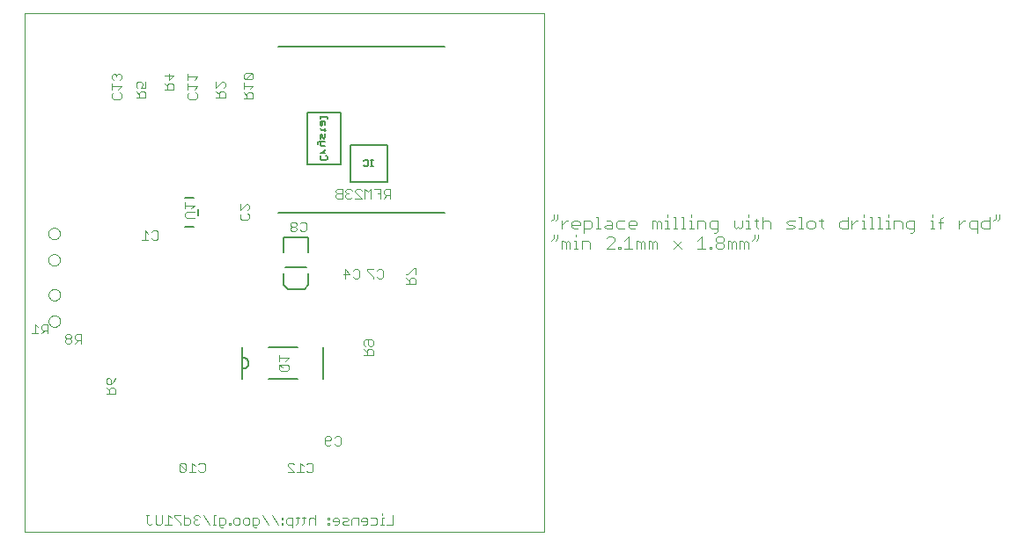
<source format=gbo>
G75*
%MOIN*%
%OFA0B0*%
%FSLAX24Y24*%
%IPPOS*%
%LPD*%
%AMOC8*
5,1,8,0,0,1.08239X$1,22.5*
%
%ADD10C,0.0000*%
%ADD11C,0.0040*%
%ADD12C,0.0080*%
%ADD13C,0.0050*%
%ADD14C,0.0030*%
D10*
X000350Y000350D02*
X000350Y020035D01*
X020035Y020035D01*
X020035Y000350D01*
X000350Y000350D01*
X001267Y008344D02*
X001269Y008373D01*
X001275Y008401D01*
X001284Y008429D01*
X001297Y008455D01*
X001314Y008478D01*
X001333Y008500D01*
X001355Y008519D01*
X001380Y008534D01*
X001406Y008547D01*
X001434Y008555D01*
X001462Y008560D01*
X001491Y008561D01*
X001520Y008558D01*
X001548Y008551D01*
X001575Y008541D01*
X001601Y008527D01*
X001624Y008510D01*
X001645Y008490D01*
X001663Y008467D01*
X001678Y008442D01*
X001689Y008415D01*
X001697Y008387D01*
X001701Y008358D01*
X001701Y008330D01*
X001697Y008301D01*
X001689Y008273D01*
X001678Y008246D01*
X001663Y008221D01*
X001645Y008198D01*
X001624Y008178D01*
X001601Y008161D01*
X001575Y008147D01*
X001548Y008137D01*
X001520Y008130D01*
X001491Y008127D01*
X001462Y008128D01*
X001434Y008133D01*
X001406Y008141D01*
X001380Y008154D01*
X001355Y008169D01*
X001333Y008188D01*
X001314Y008210D01*
X001297Y008233D01*
X001284Y008259D01*
X001275Y008287D01*
X001269Y008315D01*
X001267Y008344D01*
X001267Y009344D02*
X001269Y009373D01*
X001275Y009401D01*
X001284Y009429D01*
X001297Y009455D01*
X001314Y009478D01*
X001333Y009500D01*
X001355Y009519D01*
X001380Y009534D01*
X001406Y009547D01*
X001434Y009555D01*
X001462Y009560D01*
X001491Y009561D01*
X001520Y009558D01*
X001548Y009551D01*
X001575Y009541D01*
X001601Y009527D01*
X001624Y009510D01*
X001645Y009490D01*
X001663Y009467D01*
X001678Y009442D01*
X001689Y009415D01*
X001697Y009387D01*
X001701Y009358D01*
X001701Y009330D01*
X001697Y009301D01*
X001689Y009273D01*
X001678Y009246D01*
X001663Y009221D01*
X001645Y009198D01*
X001624Y009178D01*
X001601Y009161D01*
X001575Y009147D01*
X001548Y009137D01*
X001520Y009130D01*
X001491Y009127D01*
X001462Y009128D01*
X001434Y009133D01*
X001406Y009141D01*
X001380Y009154D01*
X001355Y009169D01*
X001333Y009188D01*
X001314Y009210D01*
X001297Y009233D01*
X001284Y009259D01*
X001275Y009287D01*
X001269Y009315D01*
X001267Y009344D01*
X001259Y010670D02*
X001261Y010699D01*
X001267Y010727D01*
X001276Y010755D01*
X001289Y010781D01*
X001306Y010804D01*
X001325Y010826D01*
X001347Y010845D01*
X001372Y010860D01*
X001398Y010873D01*
X001426Y010881D01*
X001454Y010886D01*
X001483Y010887D01*
X001512Y010884D01*
X001540Y010877D01*
X001567Y010867D01*
X001593Y010853D01*
X001616Y010836D01*
X001637Y010816D01*
X001655Y010793D01*
X001670Y010768D01*
X001681Y010741D01*
X001689Y010713D01*
X001693Y010684D01*
X001693Y010656D01*
X001689Y010627D01*
X001681Y010599D01*
X001670Y010572D01*
X001655Y010547D01*
X001637Y010524D01*
X001616Y010504D01*
X001593Y010487D01*
X001567Y010473D01*
X001540Y010463D01*
X001512Y010456D01*
X001483Y010453D01*
X001454Y010454D01*
X001426Y010459D01*
X001398Y010467D01*
X001372Y010480D01*
X001347Y010495D01*
X001325Y010514D01*
X001306Y010536D01*
X001289Y010559D01*
X001276Y010585D01*
X001267Y010613D01*
X001261Y010641D01*
X001259Y010670D01*
X001259Y011670D02*
X001261Y011699D01*
X001267Y011727D01*
X001276Y011755D01*
X001289Y011781D01*
X001306Y011804D01*
X001325Y011826D01*
X001347Y011845D01*
X001372Y011860D01*
X001398Y011873D01*
X001426Y011881D01*
X001454Y011886D01*
X001483Y011887D01*
X001512Y011884D01*
X001540Y011877D01*
X001567Y011867D01*
X001593Y011853D01*
X001616Y011836D01*
X001637Y011816D01*
X001655Y011793D01*
X001670Y011768D01*
X001681Y011741D01*
X001689Y011713D01*
X001693Y011684D01*
X001693Y011656D01*
X001689Y011627D01*
X001681Y011599D01*
X001670Y011572D01*
X001655Y011547D01*
X001637Y011524D01*
X001616Y011504D01*
X001593Y011487D01*
X001567Y011473D01*
X001540Y011463D01*
X001512Y011456D01*
X001483Y011453D01*
X001454Y011454D01*
X001426Y011459D01*
X001398Y011467D01*
X001372Y011480D01*
X001347Y011495D01*
X001325Y011514D01*
X001306Y011536D01*
X001289Y011559D01*
X001276Y011585D01*
X001267Y011613D01*
X001261Y011641D01*
X001259Y011670D01*
D11*
X004804Y011432D02*
X005040Y011432D01*
X004922Y011432D02*
X004922Y011786D01*
X005040Y011668D01*
X005167Y011727D02*
X005226Y011786D01*
X005344Y011786D01*
X005403Y011727D01*
X005403Y011491D01*
X005344Y011432D01*
X005226Y011432D01*
X005167Y011491D01*
X006434Y012312D02*
X006434Y012430D01*
X006493Y012489D01*
X006788Y012489D01*
X006670Y012616D02*
X006788Y012734D01*
X006434Y012734D01*
X006434Y012616D02*
X006434Y012852D01*
X006434Y012312D02*
X006493Y012253D01*
X006788Y012253D01*
X008512Y012257D02*
X008571Y012198D01*
X008807Y012198D01*
X008866Y012257D01*
X008866Y012375D01*
X008807Y012434D01*
X008807Y012561D02*
X008866Y012620D01*
X008866Y012738D01*
X008807Y012797D01*
X008748Y012797D01*
X008512Y012561D01*
X008512Y012797D01*
X008571Y012434D02*
X008512Y012375D01*
X008512Y012257D01*
X010417Y012045D02*
X010417Y011986D01*
X010476Y011927D01*
X010594Y011927D01*
X010653Y011986D01*
X010653Y012045D01*
X010594Y012104D01*
X010476Y012104D01*
X010417Y012045D01*
X010476Y011927D02*
X010417Y011868D01*
X010417Y011809D01*
X010476Y011750D01*
X010594Y011750D01*
X010653Y011809D01*
X010653Y011868D01*
X010594Y011927D01*
X010779Y012045D02*
X010838Y012104D01*
X010956Y012104D01*
X011015Y012045D01*
X011015Y011809D01*
X010956Y011750D01*
X010838Y011750D01*
X010779Y011809D01*
X012483Y010317D02*
X012660Y010140D01*
X012424Y010140D01*
X012483Y009963D02*
X012483Y010317D01*
X012787Y010258D02*
X012846Y010317D01*
X012964Y010317D01*
X013023Y010258D01*
X013023Y010022D01*
X012964Y009963D01*
X012846Y009963D01*
X012787Y010022D01*
X013329Y010266D02*
X013565Y010030D01*
X013565Y009971D01*
X013691Y010030D02*
X013750Y009971D01*
X013868Y009971D01*
X013927Y010030D01*
X013927Y010266D01*
X013868Y010325D01*
X013750Y010325D01*
X013691Y010266D01*
X013565Y010325D02*
X013329Y010325D01*
X013329Y010266D01*
X014804Y010118D02*
X014863Y010118D01*
X015099Y010354D01*
X015158Y010354D01*
X015158Y010118D01*
X015099Y009991D02*
X014981Y009991D01*
X014922Y009932D01*
X014922Y009755D01*
X014804Y009755D02*
X015158Y009755D01*
X015158Y009932D01*
X015099Y009991D01*
X014922Y009873D02*
X014804Y009991D01*
X013488Y007643D02*
X013547Y007584D01*
X013547Y007466D01*
X013488Y007407D01*
X013429Y007407D01*
X013370Y007466D01*
X013370Y007643D01*
X013252Y007643D02*
X013488Y007643D01*
X013252Y007643D02*
X013193Y007584D01*
X013193Y007466D01*
X013252Y007407D01*
X013193Y007281D02*
X013311Y007163D01*
X013311Y007222D02*
X013311Y007045D01*
X013193Y007045D02*
X013547Y007045D01*
X013547Y007222D01*
X013488Y007281D01*
X013370Y007281D01*
X013311Y007222D01*
X010351Y006951D02*
X010233Y006833D01*
X010292Y006706D02*
X010056Y006706D01*
X009997Y006647D01*
X009997Y006529D01*
X010056Y006470D01*
X010292Y006470D01*
X010351Y006529D01*
X010351Y006647D01*
X010292Y006706D01*
X010115Y006588D02*
X009997Y006706D01*
X009997Y006833D02*
X009997Y007069D01*
X009997Y006951D02*
X010351Y006951D01*
X011790Y003987D02*
X011908Y003987D01*
X011967Y003928D01*
X011967Y003869D01*
X011908Y003810D01*
X011731Y003810D01*
X011731Y003692D02*
X011731Y003928D01*
X011790Y003987D01*
X011731Y003692D02*
X011790Y003633D01*
X011908Y003633D01*
X011967Y003692D01*
X012094Y003692D02*
X012153Y003633D01*
X012271Y003633D01*
X012330Y003692D01*
X012330Y003928D01*
X012271Y003987D01*
X012153Y003987D01*
X012094Y003928D01*
X011213Y002968D02*
X011272Y002909D01*
X011272Y002673D01*
X011213Y002614D01*
X011095Y002614D01*
X011036Y002673D01*
X010910Y002614D02*
X010674Y002614D01*
X010792Y002614D02*
X010792Y002968D01*
X010910Y002850D01*
X011036Y002909D02*
X011095Y002968D01*
X011213Y002968D01*
X010547Y002909D02*
X010488Y002968D01*
X010370Y002968D01*
X010311Y002909D01*
X010311Y002850D01*
X010547Y002614D01*
X010311Y002614D01*
X010685Y000934D02*
X010685Y000698D01*
X010626Y000639D01*
X010502Y000639D02*
X010325Y000639D01*
X010266Y000698D01*
X010266Y000816D01*
X010325Y000875D01*
X010502Y000875D01*
X010502Y000521D01*
X010139Y000639D02*
X010139Y000698D01*
X010080Y000698D01*
X010080Y000639D01*
X010139Y000639D01*
X010139Y000816D02*
X010139Y000875D01*
X010080Y000875D01*
X010080Y000816D01*
X010139Y000816D01*
X009958Y000639D02*
X009722Y000993D01*
X009360Y000993D02*
X009596Y000639D01*
X009233Y000698D02*
X009233Y000816D01*
X009174Y000875D01*
X008997Y000875D01*
X008997Y000580D01*
X009056Y000521D01*
X009115Y000521D01*
X009174Y000639D02*
X008997Y000639D01*
X008871Y000698D02*
X008812Y000639D01*
X008694Y000639D01*
X008635Y000698D01*
X008635Y000816D01*
X008694Y000875D01*
X008812Y000875D01*
X008871Y000816D01*
X008871Y000698D01*
X009174Y000639D02*
X009233Y000698D01*
X008508Y000698D02*
X008449Y000639D01*
X008331Y000639D01*
X008272Y000698D01*
X008272Y000816D01*
X008331Y000875D01*
X008449Y000875D01*
X008508Y000816D01*
X008508Y000698D01*
X008146Y000698D02*
X008087Y000698D01*
X008087Y000639D01*
X008146Y000639D01*
X008146Y000698D01*
X007964Y000698D02*
X007905Y000639D01*
X007728Y000639D01*
X007728Y000580D02*
X007728Y000875D01*
X007905Y000875D01*
X007964Y000816D01*
X007964Y000698D01*
X007846Y000521D02*
X007787Y000521D01*
X007728Y000580D01*
X007602Y000639D02*
X007484Y000639D01*
X007543Y000639D02*
X007543Y000993D01*
X007602Y000993D01*
X007360Y000639D02*
X007124Y000993D01*
X006998Y000934D02*
X006939Y000993D01*
X006821Y000993D01*
X006762Y000934D01*
X006762Y000875D01*
X006821Y000816D01*
X006762Y000757D01*
X006762Y000698D01*
X006821Y000639D01*
X006939Y000639D01*
X006998Y000698D01*
X006880Y000816D02*
X006821Y000816D01*
X006635Y000816D02*
X006635Y000698D01*
X006576Y000639D01*
X006399Y000639D01*
X006399Y000993D01*
X006399Y000875D02*
X006576Y000875D01*
X006635Y000816D01*
X006273Y000698D02*
X006273Y000639D01*
X006273Y000698D02*
X006037Y000934D01*
X006037Y000993D01*
X006273Y000993D01*
X005910Y000875D02*
X005792Y000993D01*
X005792Y000639D01*
X005910Y000639D02*
X005674Y000639D01*
X005547Y000698D02*
X005547Y000993D01*
X005311Y000993D02*
X005311Y000698D01*
X005370Y000639D01*
X005488Y000639D01*
X005547Y000698D01*
X005185Y000698D02*
X005126Y000639D01*
X005067Y000639D01*
X005008Y000698D01*
X005008Y000993D01*
X005067Y000993D02*
X004949Y000993D01*
X006275Y002620D02*
X006393Y002620D01*
X006452Y002679D01*
X006216Y002915D01*
X006216Y002679D01*
X006275Y002620D01*
X006452Y002679D02*
X006452Y002915D01*
X006393Y002974D01*
X006275Y002974D01*
X006216Y002915D01*
X006697Y002974D02*
X006697Y002620D01*
X006815Y002620D02*
X006579Y002620D01*
X006941Y002679D02*
X007000Y002620D01*
X007118Y002620D01*
X007177Y002679D01*
X007177Y002915D01*
X007118Y002974D01*
X007000Y002974D01*
X006941Y002915D01*
X006815Y002856D02*
X006697Y002974D01*
X010626Y000875D02*
X010744Y000875D01*
X010867Y000875D02*
X010985Y000875D01*
X010926Y000934D02*
X010926Y000698D01*
X010867Y000639D01*
X011112Y000639D02*
X011112Y000816D01*
X011171Y000875D01*
X011289Y000875D01*
X011348Y000816D01*
X011348Y000993D02*
X011348Y000639D01*
X011832Y000639D02*
X011891Y000639D01*
X011891Y000698D01*
X011832Y000698D01*
X011832Y000639D01*
X011832Y000816D02*
X011891Y000816D01*
X011891Y000875D01*
X011832Y000875D01*
X011832Y000816D01*
X012018Y000816D02*
X012018Y000757D01*
X012254Y000757D01*
X012254Y000698D02*
X012254Y000816D01*
X012195Y000875D01*
X012077Y000875D01*
X012018Y000816D01*
X012077Y000639D02*
X012195Y000639D01*
X012254Y000698D01*
X012381Y000698D02*
X012440Y000757D01*
X012558Y000757D01*
X012617Y000816D01*
X012558Y000875D01*
X012381Y000875D01*
X012381Y000698D02*
X012440Y000639D01*
X012617Y000639D01*
X012743Y000639D02*
X012743Y000816D01*
X012802Y000875D01*
X012979Y000875D01*
X012979Y000639D01*
X013106Y000757D02*
X013342Y000757D01*
X013342Y000698D02*
X013342Y000816D01*
X013283Y000875D01*
X013165Y000875D01*
X013106Y000816D01*
X013106Y000757D01*
X013165Y000639D02*
X013283Y000639D01*
X013342Y000698D01*
X013468Y000639D02*
X013645Y000639D01*
X013704Y000698D01*
X013704Y000816D01*
X013645Y000875D01*
X013468Y000875D01*
X013887Y000875D02*
X013887Y000639D01*
X013946Y000639D02*
X013828Y000639D01*
X013887Y000875D02*
X013946Y000875D01*
X013887Y000993D02*
X013887Y001052D01*
X014308Y000993D02*
X014308Y000639D01*
X014072Y000639D01*
X003800Y005593D02*
X003800Y005770D01*
X003741Y005829D01*
X003623Y005829D01*
X003564Y005770D01*
X003564Y005593D01*
X003446Y005593D02*
X003800Y005593D01*
X003564Y005711D02*
X003446Y005829D01*
X003505Y005956D02*
X003446Y006015D01*
X003446Y006133D01*
X003505Y006192D01*
X003564Y006192D01*
X003623Y006133D01*
X003623Y005956D01*
X003505Y005956D01*
X003623Y005956D02*
X003741Y006074D01*
X003800Y006192D01*
X002498Y007504D02*
X002498Y007858D01*
X002321Y007858D01*
X002262Y007799D01*
X002262Y007681D01*
X002321Y007622D01*
X002498Y007622D01*
X002380Y007622D02*
X002262Y007504D01*
X002135Y007563D02*
X002135Y007622D01*
X002076Y007681D01*
X001958Y007681D01*
X001899Y007622D01*
X001899Y007563D01*
X001958Y007504D01*
X002076Y007504D01*
X002135Y007563D01*
X002076Y007681D02*
X002135Y007740D01*
X002135Y007799D01*
X002076Y007858D01*
X001958Y007858D01*
X001899Y007799D01*
X001899Y007740D01*
X001958Y007681D01*
X001228Y007879D02*
X001228Y008233D01*
X001051Y008233D01*
X000992Y008174D01*
X000992Y008056D01*
X001051Y007997D01*
X001228Y007997D01*
X001110Y007997D02*
X000992Y007879D01*
X000865Y007879D02*
X000629Y007879D01*
X000747Y007879D02*
X000747Y008233D01*
X000865Y008115D01*
X003720Y016772D02*
X003661Y016831D01*
X003661Y016949D01*
X003720Y017008D01*
X003661Y017135D02*
X003661Y017371D01*
X003661Y017253D02*
X004015Y017253D01*
X003897Y017135D01*
X003956Y017008D02*
X004015Y016949D01*
X004015Y016831D01*
X003956Y016772D01*
X003720Y016772D01*
X003720Y017497D02*
X003661Y017556D01*
X003661Y017674D01*
X003720Y017733D01*
X003779Y017733D01*
X003838Y017674D01*
X003838Y017615D01*
X003838Y017674D02*
X003897Y017733D01*
X003956Y017733D01*
X004015Y017674D01*
X004015Y017556D01*
X003956Y017497D01*
X004582Y017358D02*
X004582Y017240D01*
X004641Y017181D01*
X004759Y017181D02*
X004818Y017299D01*
X004818Y017358D01*
X004759Y017417D01*
X004641Y017417D01*
X004582Y017358D01*
X004759Y017181D02*
X004936Y017181D01*
X004936Y017417D01*
X005647Y017369D02*
X005765Y017251D01*
X005765Y017310D02*
X005765Y017133D01*
X005647Y017133D02*
X006001Y017133D01*
X006001Y017310D01*
X005942Y017369D01*
X005824Y017369D01*
X005765Y017310D01*
X005824Y017495D02*
X005824Y017731D01*
X006001Y017672D02*
X005824Y017495D01*
X005647Y017672D02*
X006001Y017672D01*
X006541Y017615D02*
X006895Y017615D01*
X006777Y017497D01*
X006541Y017497D02*
X006541Y017733D01*
X006541Y017370D02*
X006541Y017134D01*
X006541Y017252D02*
X006895Y017252D01*
X006777Y017134D01*
X006836Y017008D02*
X006895Y016949D01*
X006895Y016831D01*
X006836Y016772D01*
X006600Y016772D01*
X006541Y016831D01*
X006541Y016949D01*
X006600Y017008D01*
X007597Y017060D02*
X007715Y016942D01*
X007715Y017001D02*
X007715Y016824D01*
X007597Y016824D02*
X007951Y016824D01*
X007951Y017001D01*
X007892Y017060D01*
X007774Y017060D01*
X007715Y017001D01*
X007597Y017187D02*
X007833Y017423D01*
X007892Y017423D01*
X007951Y017364D01*
X007951Y017246D01*
X007892Y017187D01*
X007597Y017187D02*
X007597Y017423D01*
X008652Y017383D02*
X008652Y017147D01*
X008652Y017265D02*
X009006Y017265D01*
X008888Y017147D01*
X008947Y017020D02*
X008829Y017020D01*
X008770Y016961D01*
X008770Y016784D01*
X008770Y016902D02*
X008652Y017020D01*
X008652Y016784D02*
X009006Y016784D01*
X009006Y016961D01*
X008947Y017020D01*
X008947Y017509D02*
X009006Y017568D01*
X009006Y017686D01*
X008947Y017745D01*
X008711Y017509D01*
X008652Y017568D01*
X008652Y017686D01*
X008711Y017745D01*
X008947Y017745D01*
X008947Y017509D02*
X008711Y017509D01*
X004936Y016995D02*
X004936Y016818D01*
X004582Y016818D01*
X004700Y016818D02*
X004700Y016995D01*
X004759Y017054D01*
X004877Y017054D01*
X004936Y016995D01*
X004700Y016936D02*
X004582Y017054D01*
X020307Y012152D02*
X020383Y012228D01*
X020383Y012382D01*
X020537Y012382D02*
X020537Y012228D01*
X020460Y012152D01*
X020690Y012152D02*
X020690Y011845D01*
X020690Y011998D02*
X020844Y012152D01*
X020921Y012152D01*
X021074Y012075D02*
X021151Y012152D01*
X021304Y012152D01*
X021381Y012075D01*
X021381Y011998D01*
X021074Y011998D01*
X021074Y011921D02*
X021074Y012075D01*
X021074Y011921D02*
X021151Y011845D01*
X021304Y011845D01*
X021227Y011632D02*
X021227Y011555D01*
X021227Y011402D02*
X021227Y011095D01*
X021151Y011095D02*
X021304Y011095D01*
X021458Y011095D02*
X021458Y011402D01*
X021688Y011402D01*
X021765Y011325D01*
X021765Y011095D01*
X021227Y011402D02*
X021151Y011402D01*
X020997Y011325D02*
X020997Y011095D01*
X020844Y011095D02*
X020844Y011325D01*
X020921Y011402D01*
X020997Y011325D01*
X020844Y011325D02*
X020767Y011402D01*
X020690Y011402D01*
X020690Y011095D01*
X020460Y011402D02*
X020537Y011478D01*
X020537Y011632D01*
X020383Y011632D02*
X020383Y011478D01*
X020307Y011402D01*
X021534Y011691D02*
X021534Y012152D01*
X021765Y012152D01*
X021841Y012075D01*
X021841Y011921D01*
X021765Y011845D01*
X021534Y011845D01*
X021995Y011845D02*
X022148Y011845D01*
X022071Y011845D02*
X022071Y012305D01*
X021995Y012305D01*
X022378Y012152D02*
X022532Y012152D01*
X022609Y012075D01*
X022609Y011845D01*
X022378Y011845D01*
X022302Y011921D01*
X022378Y011998D01*
X022609Y011998D01*
X022762Y011921D02*
X022839Y011845D01*
X023069Y011845D01*
X023222Y011921D02*
X023222Y012075D01*
X023299Y012152D01*
X023453Y012152D01*
X023529Y012075D01*
X023529Y011998D01*
X023222Y011998D01*
X023222Y011921D02*
X023299Y011845D01*
X023453Y011845D01*
X023069Y012152D02*
X022839Y012152D01*
X022762Y012075D01*
X022762Y011921D01*
X022609Y011555D02*
X022455Y011555D01*
X022378Y011478D01*
X022609Y011555D02*
X022685Y011478D01*
X022685Y011402D01*
X022378Y011095D01*
X022685Y011095D01*
X022839Y011095D02*
X022916Y011095D01*
X022916Y011171D01*
X022839Y011171D01*
X022839Y011095D01*
X023069Y011095D02*
X023376Y011095D01*
X023529Y011095D02*
X023529Y011402D01*
X023606Y011402D01*
X023683Y011325D01*
X023760Y011402D01*
X023836Y011325D01*
X023836Y011095D01*
X023683Y011095D02*
X023683Y011325D01*
X023990Y011402D02*
X023990Y011095D01*
X024143Y011095D02*
X024143Y011325D01*
X024220Y011402D01*
X024297Y011325D01*
X024297Y011095D01*
X024143Y011325D02*
X024067Y011402D01*
X023990Y011402D01*
X023222Y011555D02*
X023222Y011095D01*
X023069Y011402D02*
X023222Y011555D01*
X024143Y011845D02*
X024143Y012152D01*
X024220Y012152D01*
X024297Y012075D01*
X024373Y012152D01*
X024450Y012075D01*
X024450Y011845D01*
X024297Y011845D02*
X024297Y012075D01*
X024604Y012152D02*
X024680Y012152D01*
X024680Y011845D01*
X024604Y011845D02*
X024757Y011845D01*
X024911Y011845D02*
X025064Y011845D01*
X024987Y011845D02*
X024987Y012305D01*
X024911Y012305D01*
X024680Y012305D02*
X024680Y012382D01*
X025217Y012305D02*
X025294Y012305D01*
X025294Y011845D01*
X025217Y011845D02*
X025371Y011845D01*
X025524Y011845D02*
X025678Y011845D01*
X025601Y011845D02*
X025601Y012152D01*
X025524Y012152D01*
X025601Y012305D02*
X025601Y012382D01*
X025831Y012152D02*
X026062Y012152D01*
X026138Y012075D01*
X026138Y011845D01*
X026292Y011921D02*
X026368Y011845D01*
X026599Y011845D01*
X026599Y011768D02*
X026599Y012152D01*
X026368Y012152D01*
X026292Y012075D01*
X026292Y011921D01*
X026445Y011691D02*
X026522Y011691D01*
X026599Y011768D01*
X026599Y011555D02*
X026752Y011555D01*
X026829Y011478D01*
X026829Y011402D01*
X026752Y011325D01*
X026599Y011325D01*
X026522Y011402D01*
X026522Y011478D01*
X026599Y011555D01*
X026599Y011325D02*
X026522Y011248D01*
X026522Y011171D01*
X026599Y011095D01*
X026752Y011095D01*
X026829Y011171D01*
X026829Y011248D01*
X026752Y011325D01*
X026982Y011402D02*
X027059Y011402D01*
X027136Y011325D01*
X027213Y011402D01*
X027289Y011325D01*
X027289Y011095D01*
X027136Y011095D02*
X027136Y011325D01*
X026982Y011402D02*
X026982Y011095D01*
X027443Y011095D02*
X027443Y011402D01*
X027519Y011402D01*
X027596Y011325D01*
X027673Y011402D01*
X027750Y011325D01*
X027750Y011095D01*
X027596Y011095D02*
X027596Y011325D01*
X027903Y011402D02*
X027980Y011478D01*
X027980Y011632D01*
X028133Y011632D02*
X028133Y011478D01*
X028057Y011402D01*
X028133Y011845D02*
X028057Y011921D01*
X028057Y012228D01*
X028133Y012152D02*
X027980Y012152D01*
X027750Y012152D02*
X027750Y011845D01*
X027826Y011845D02*
X027673Y011845D01*
X027519Y011921D02*
X027519Y012152D01*
X027673Y012152D02*
X027750Y012152D01*
X027750Y012305D02*
X027750Y012382D01*
X027213Y012152D02*
X027213Y011921D01*
X027289Y011845D01*
X027366Y011921D01*
X027443Y011845D01*
X027519Y011921D01*
X028287Y011845D02*
X028287Y012305D01*
X028364Y012152D02*
X028517Y012152D01*
X028594Y012075D01*
X028594Y011845D01*
X028287Y012075D02*
X028364Y012152D01*
X029208Y012075D02*
X029284Y011998D01*
X029438Y011998D01*
X029514Y011921D01*
X029438Y011845D01*
X029208Y011845D01*
X029208Y012075D02*
X029284Y012152D01*
X029514Y012152D01*
X029668Y012305D02*
X029745Y012305D01*
X029745Y011845D01*
X029821Y011845D02*
X029668Y011845D01*
X029975Y011921D02*
X029975Y012075D01*
X030052Y012152D01*
X030205Y012152D01*
X030282Y012075D01*
X030282Y011921D01*
X030205Y011845D01*
X030052Y011845D01*
X029975Y011921D01*
X030435Y012152D02*
X030589Y012152D01*
X030512Y012228D02*
X030512Y011921D01*
X030589Y011845D01*
X031203Y011921D02*
X031203Y012075D01*
X031279Y012152D01*
X031510Y012152D01*
X031663Y012152D02*
X031663Y011845D01*
X031663Y011998D02*
X031816Y012152D01*
X031893Y012152D01*
X032047Y012152D02*
X032123Y012152D01*
X032123Y011845D01*
X032047Y011845D02*
X032200Y011845D01*
X032354Y011845D02*
X032507Y011845D01*
X032430Y011845D02*
X032430Y012305D01*
X032354Y012305D01*
X032123Y012305D02*
X032123Y012382D01*
X032661Y012305D02*
X032737Y012305D01*
X032737Y011845D01*
X032661Y011845D02*
X032814Y011845D01*
X032967Y011845D02*
X033121Y011845D01*
X033044Y011845D02*
X033044Y012152D01*
X032967Y012152D01*
X033044Y012305D02*
X033044Y012382D01*
X033274Y012152D02*
X033505Y012152D01*
X033581Y012075D01*
X033581Y011845D01*
X033735Y011921D02*
X033811Y011845D01*
X034042Y011845D01*
X034042Y011768D02*
X034042Y012152D01*
X033811Y012152D01*
X033735Y012075D01*
X033735Y011921D01*
X033888Y011691D02*
X033965Y011691D01*
X034042Y011768D01*
X034656Y011845D02*
X034809Y011845D01*
X034732Y011845D02*
X034732Y012152D01*
X034656Y012152D01*
X034732Y012305D02*
X034732Y012382D01*
X035039Y012228D02*
X035116Y012305D01*
X035039Y012228D02*
X035039Y011845D01*
X034962Y012075D02*
X035116Y012075D01*
X035730Y012152D02*
X035730Y011845D01*
X035730Y011998D02*
X035883Y012152D01*
X035960Y012152D01*
X036113Y012075D02*
X036113Y011921D01*
X036190Y011845D01*
X036420Y011845D01*
X036420Y011691D02*
X036420Y012152D01*
X036190Y012152D01*
X036113Y012075D01*
X036574Y012075D02*
X036574Y011921D01*
X036651Y011845D01*
X036881Y011845D01*
X036881Y012305D01*
X036881Y012152D02*
X036651Y012152D01*
X036574Y012075D01*
X037034Y012152D02*
X037111Y012228D01*
X037111Y012382D01*
X037264Y012382D02*
X037264Y012228D01*
X037188Y012152D01*
X033274Y012152D02*
X033274Y011845D01*
X031510Y011845D02*
X031279Y011845D01*
X031203Y011921D01*
X031510Y011845D02*
X031510Y012305D01*
X026368Y011171D02*
X026368Y011095D01*
X026292Y011095D01*
X026292Y011171D01*
X026368Y011171D01*
X026138Y011095D02*
X025831Y011095D01*
X025985Y011095D02*
X025985Y011555D01*
X025831Y011402D01*
X025217Y011402D02*
X024911Y011095D01*
X025217Y011095D02*
X024911Y011402D01*
X025831Y011845D02*
X025831Y012152D01*
D12*
X016250Y012450D02*
X009950Y012450D01*
X010162Y011539D02*
X010162Y010948D01*
X010162Y011539D02*
X011107Y011539D01*
X011107Y010948D01*
X011107Y010161D02*
X011107Y009728D01*
X010950Y009570D01*
X010320Y009570D01*
X010162Y009728D01*
X010162Y010161D01*
X006776Y011910D02*
X006438Y011910D01*
X006926Y012365D02*
X006926Y012576D01*
X006776Y013030D02*
X006438Y013030D01*
X011053Y014281D02*
X012313Y014281D01*
X012313Y016250D01*
X011053Y016250D01*
X011053Y014281D01*
X012706Y013631D02*
X014084Y013631D01*
X014084Y015009D01*
X012706Y015009D01*
X012706Y013631D01*
X009950Y018750D02*
X016250Y018750D01*
X011667Y007345D02*
X011667Y006164D01*
X010683Y006164D02*
X009580Y006164D01*
X008596Y006164D02*
X008596Y007345D01*
X008635Y006952D02*
X008662Y006950D01*
X008688Y006945D01*
X008713Y006936D01*
X008737Y006923D01*
X008759Y006908D01*
X008779Y006889D01*
X008796Y006869D01*
X008810Y006846D01*
X008821Y006821D01*
X008828Y006795D01*
X008832Y006768D01*
X008832Y006742D01*
X008828Y006715D01*
X008821Y006689D01*
X008810Y006664D01*
X008796Y006641D01*
X008779Y006621D01*
X008759Y006602D01*
X008737Y006587D01*
X008713Y006574D01*
X008688Y006565D01*
X008662Y006560D01*
X008635Y006558D01*
X009580Y007345D02*
X010683Y007345D01*
D13*
X011035Y010404D02*
X010235Y010404D01*
X013222Y014208D02*
X013177Y014252D01*
X013222Y014208D02*
X013310Y014208D01*
X013354Y014252D01*
X013354Y014429D01*
X013310Y014473D01*
X013222Y014473D01*
X013177Y014429D01*
X013459Y014473D02*
X013547Y014473D01*
X013503Y014473D02*
X013503Y014208D01*
X013547Y014208D02*
X013459Y014208D01*
X011815Y014488D02*
X011771Y014444D01*
X011594Y014444D01*
X011550Y014488D01*
X011550Y014576D01*
X011594Y014621D01*
X011550Y014734D02*
X011727Y014734D01*
X011727Y014822D02*
X011727Y014867D01*
X011727Y014822D02*
X011639Y014734D01*
X011771Y014621D02*
X011815Y014576D01*
X011815Y014488D01*
X011727Y014976D02*
X011594Y014976D01*
X011550Y015020D01*
X011550Y015152D01*
X011506Y015152D02*
X011462Y015108D01*
X011462Y015064D01*
X011506Y015152D02*
X011727Y015152D01*
X011683Y015266D02*
X011727Y015310D01*
X011727Y015442D01*
X011639Y015398D02*
X011639Y015310D01*
X011683Y015266D01*
X011550Y015266D02*
X011550Y015398D01*
X011594Y015442D01*
X011639Y015398D01*
X011727Y015556D02*
X011727Y015644D01*
X011771Y015600D02*
X011594Y015600D01*
X011550Y015644D01*
X011594Y015749D02*
X011639Y015793D01*
X011639Y015926D01*
X011683Y015926D02*
X011550Y015926D01*
X011550Y015793D01*
X011594Y015749D01*
X011727Y015793D02*
X011727Y015882D01*
X011683Y015926D01*
X011815Y016039D02*
X011815Y016083D01*
X011550Y016083D01*
X011550Y016039D02*
X011550Y016127D01*
D14*
X012203Y013367D02*
X012142Y013306D01*
X012142Y013245D01*
X012203Y013185D01*
X012385Y013185D01*
X012504Y013245D02*
X012504Y013306D01*
X012565Y013367D01*
X012686Y013367D01*
X012747Y013306D01*
X012867Y013306D02*
X012867Y013245D01*
X013110Y013003D01*
X012867Y013003D01*
X012747Y013063D02*
X012686Y013003D01*
X012565Y013003D01*
X012504Y013063D01*
X012504Y013124D01*
X012565Y013185D01*
X012626Y013185D01*
X012565Y013185D02*
X012504Y013245D01*
X012385Y013367D02*
X012385Y013003D01*
X012203Y013003D01*
X012142Y013063D01*
X012142Y013124D01*
X012203Y013185D01*
X012203Y013367D02*
X012385Y013367D01*
X012867Y013306D02*
X012928Y013367D01*
X013049Y013367D01*
X013110Y013306D01*
X013230Y013367D02*
X013351Y013245D01*
X013472Y013367D01*
X013472Y013003D01*
X013230Y013003D02*
X013230Y013367D01*
X013592Y013367D02*
X013835Y013367D01*
X013835Y013003D01*
X013955Y013003D02*
X014076Y013124D01*
X014015Y013124D02*
X014197Y013124D01*
X014197Y013003D02*
X014197Y013367D01*
X014015Y013367D01*
X013955Y013306D01*
X013955Y013185D01*
X014015Y013124D01*
X013835Y013185D02*
X013713Y013185D01*
M02*

</source>
